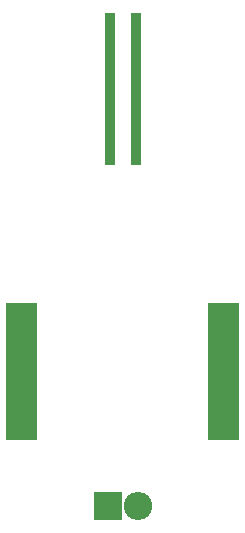
<source format=gts>
G04 #@! TF.FileFunction,Soldermask,Top*
%FSLAX46Y46*%
G04 Gerber Fmt 4.6, Leading zero omitted, Abs format (unit mm)*
G04 Created by KiCad (PCBNEW (2016-03-20 BZR 6634, Git a4ba01f)-product) date 3/28/2016 11:14:44 AM*
%MOMM*%
G01*
G04 APERTURE LIST*
%ADD10C,0.100000*%
%ADD11R,0.875000X0.620000*%
%ADD12O,2.398980X2.398980*%
%ADD13R,2.398980X2.398980*%
%ADD14R,1.420000X0.780000*%
G04 APERTURE END LIST*
D10*
D11*
X144812500Y-85000000D03*
X142625000Y-85000000D03*
X144812500Y-84600000D03*
X142625000Y-84600000D03*
X144812500Y-84200000D03*
X142625000Y-84200000D03*
X144812500Y-83800000D03*
X142625000Y-83800000D03*
X144812500Y-83400000D03*
X142625000Y-83400000D03*
X144812500Y-83000000D03*
X142625000Y-83000000D03*
X144812500Y-82600000D03*
X142625000Y-82600000D03*
X144812500Y-82200000D03*
X142625000Y-82200000D03*
X144812500Y-81800000D03*
X142625000Y-81800000D03*
X144812500Y-81400000D03*
X142625000Y-81400000D03*
X144812500Y-81000000D03*
X142625000Y-81000000D03*
X144812500Y-80600000D03*
X142625000Y-80600000D03*
X144812500Y-80200000D03*
X142625000Y-80200000D03*
X144812500Y-79800000D03*
X142625000Y-79800000D03*
X144812500Y-79400000D03*
X142625000Y-79400000D03*
X144812500Y-79000000D03*
X142625000Y-79000000D03*
X144812500Y-78600000D03*
X142625000Y-78600000D03*
X144812500Y-78200000D03*
X142625000Y-78200000D03*
X144812500Y-77800000D03*
X142625000Y-77800000D03*
X144812500Y-77400000D03*
X142625000Y-77400000D03*
X144812500Y-77000000D03*
X142625000Y-77000000D03*
X144812500Y-76600000D03*
X142625000Y-76600000D03*
X144812500Y-76200000D03*
X142625000Y-76200000D03*
X144812500Y-75800000D03*
X142625000Y-75800000D03*
X144812500Y-75400000D03*
X142625000Y-75400000D03*
X144812500Y-75000000D03*
X142625000Y-75000000D03*
X144812500Y-74600000D03*
X142625000Y-74600000D03*
X144812500Y-74200000D03*
X142625000Y-74200000D03*
X144812500Y-73800000D03*
X142625000Y-73800000D03*
X144812500Y-73400000D03*
X142625000Y-73400000D03*
X144812500Y-73000000D03*
X142625000Y-73000000D03*
X144812500Y-72600000D03*
X142625000Y-72600000D03*
D12*
X144940000Y-114100000D03*
D13*
X142400000Y-114100000D03*
D14*
X152860000Y-108160000D03*
X151590000Y-108160000D03*
X152860000Y-107520000D03*
X151590000Y-107520000D03*
X152860000Y-106880000D03*
X151590000Y-106880000D03*
X152860000Y-106240000D03*
X151590000Y-106240000D03*
X152860000Y-105600000D03*
X151590000Y-105600000D03*
X152860000Y-104960000D03*
X151590000Y-104960000D03*
X152860000Y-104320000D03*
X151590000Y-104320000D03*
X152860000Y-103680000D03*
X151590000Y-103680000D03*
X152860000Y-103040000D03*
X151590000Y-103040000D03*
X152860000Y-102400000D03*
X151590000Y-102400000D03*
X152860000Y-101760000D03*
X151590000Y-101760000D03*
X152860000Y-101120000D03*
X151590000Y-101120000D03*
X152860000Y-100480000D03*
X151590000Y-100480000D03*
X152860000Y-99840000D03*
X151590000Y-99840000D03*
X152860000Y-99200000D03*
X151590000Y-99200000D03*
X152860000Y-98560000D03*
X151590000Y-98560000D03*
X152860000Y-97920000D03*
X151590000Y-97920000D03*
X152860000Y-97280000D03*
X151590000Y-97280000D03*
X135760000Y-108160000D03*
X134490000Y-108160000D03*
X135760000Y-107520000D03*
X134490000Y-107520000D03*
X135760000Y-106880000D03*
X134490000Y-106880000D03*
X135760000Y-106240000D03*
X134490000Y-106240000D03*
X135760000Y-105600000D03*
X134490000Y-105600000D03*
X135760000Y-104960000D03*
X134490000Y-104960000D03*
X135760000Y-104320000D03*
X134490000Y-104320000D03*
X135760000Y-103680000D03*
X134490000Y-103680000D03*
X135760000Y-103040000D03*
X134490000Y-103040000D03*
X135760000Y-102400000D03*
X134490000Y-102400000D03*
X135760000Y-101760000D03*
X134490000Y-101760000D03*
X135760000Y-101120000D03*
X134490000Y-101120000D03*
X135760000Y-100480000D03*
X134490000Y-100480000D03*
X135760000Y-99840000D03*
X134490000Y-99840000D03*
X135760000Y-99200000D03*
X134490000Y-99200000D03*
X135760000Y-98560000D03*
X134490000Y-98560000D03*
X135760000Y-97920000D03*
X134490000Y-97920000D03*
X135760000Y-97280000D03*
X134490000Y-97280000D03*
M02*

</source>
